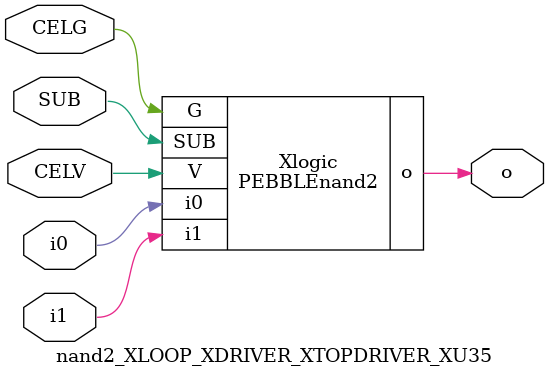
<source format=v>



module PEBBLEnand2 ( o, G, SUB, V, i0, i1 );

  input i0;
  input V;
  input i1;
  input G;
  output o;
  input SUB;
endmodule

//Celera Confidential Do Not Copy nand2_XLOOP_XDRIVER_XTOPDRIVER_XU35
//Celera Confidential Symbol Generator
//5V NAND2
module nand2_XLOOP_XDRIVER_XTOPDRIVER_XU35 (CELV,CELG,i0,i1,o,SUB);
input CELV;
input CELG;
input i0;
input i1;
input SUB;
output o;

//Celera Confidential Do Not Copy nand2
PEBBLEnand2 Xlogic(
.V (CELV),
.i0 (i0),
.i1 (i1),
.o (o),
.SUB (SUB),
.G (CELG)
);
//,diesize,PEBBLEnand2

//Celera Confidential Do Not Copy Module End
//Celera Schematic Generator
endmodule

</source>
